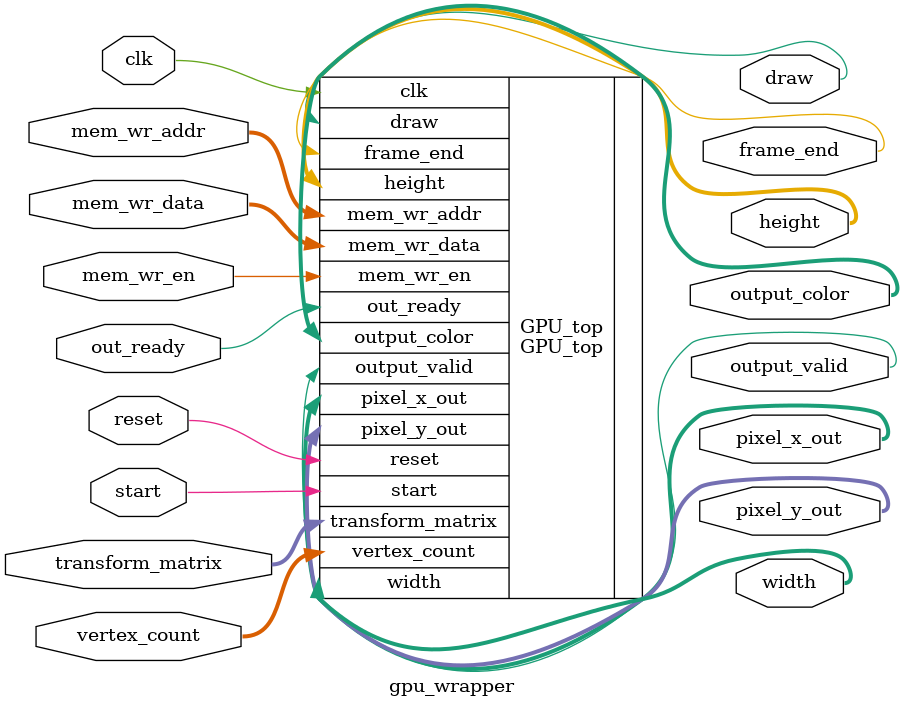
<source format=v>
`timescale 1ns / 1ps

module gpu_wrapper
(
    clk,
    reset,
    vertex_count,
    start,
    mem_wr_addr,
    mem_wr_data,
    mem_wr_en,
    transform_matrix,

    output_color,
    output_valid,
    pixel_x_out,
    pixel_y_out,
    width,
    height,
    frame_end,
    draw,
    out_ready
);

localparam M = 11;
localparam N = 7;
localparam vertex_mem_depth = 16384;
localparam transformed_vertex_mem_depth = 16384;

input  wire clk;
input  wire reset;

input  wire                         [31:0] vertex_count;
input  wire                                start;

input  wire [$clog2(vertex_mem_depth)-1:0] mem_wr_addr;
input  wire [                   (M+N)-1:0] mem_wr_data;
input  wire                                mem_wr_en;

input  wire  signed         [16*(M+N)-1:0] transform_matrix;

output wire [7:0]  output_color;
output wire        output_valid;
output wire [10:0] pixel_x_out;
output wire [10:0] pixel_y_out;
output wire [10:0] width;
output wire [10:0] height;
output wire        frame_end;
output wire        draw;
input  wire        out_ready;

GPU_top GPU_top(
    .clk(clk),
    .reset(reset),
    .vertex_count(vertex_count),
    .start(start),
    .mem_wr_addr(mem_wr_addr),
    .mem_wr_data(mem_wr_data),
    .mem_wr_en(mem_wr_en),
    .transform_matrix(transform_matrix),
    .output_color(output_color),
    .output_valid(output_valid),
    .pixel_x_out(pixel_x_out),
    .pixel_y_out(pixel_y_out),
    .width(width),
    .height(height),
    .frame_end(frame_end),
    .draw(draw),
    .out_ready(out_ready)
);
endmodule

</source>
